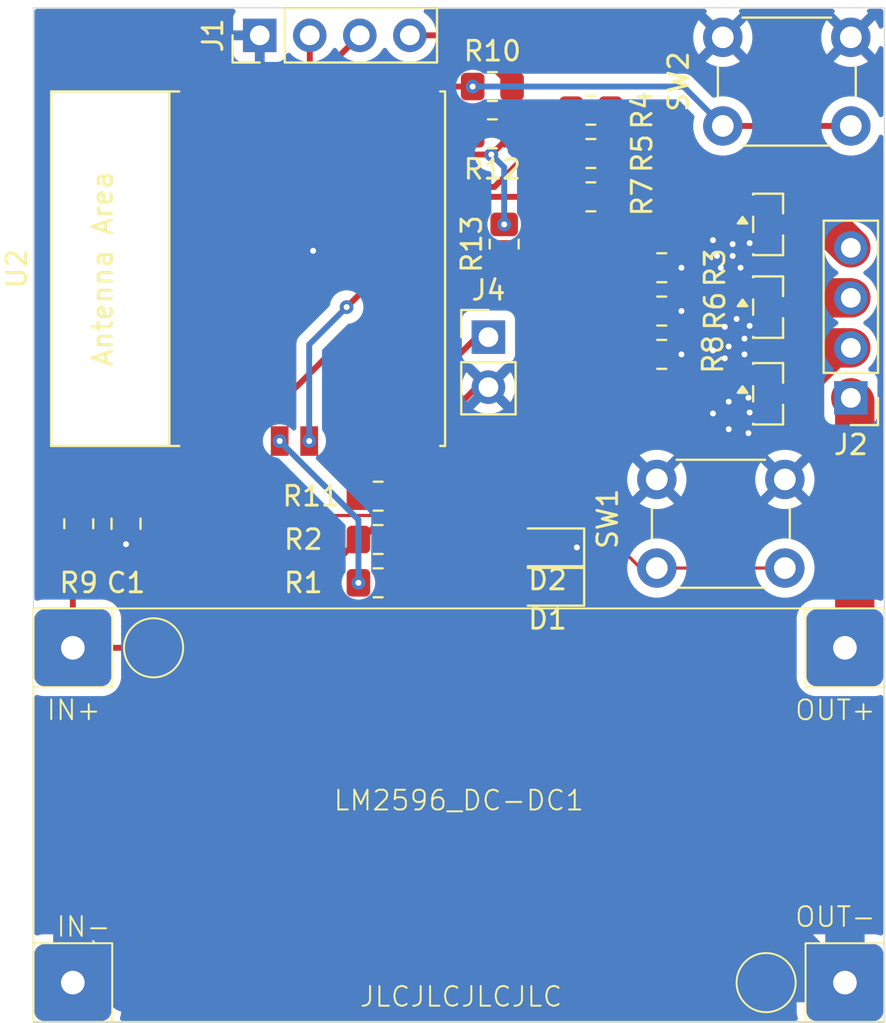
<source format=kicad_pcb>
(kicad_pcb (version 20241229) (generator "pcbnew") (generator_version "9.0")
  (layers (0 "F.Cu" signal) (2 "B.Cu" signal) (13 "F.Paste" user) (15 "B.Paste" user) (5 "F.SilkS" user "F.Silkscreen") (7 "B.SilkS" user "B.Silkscreen") (1 "F.Mask" user) (3 "B.Mask" user) (25 "Edge.Cuts" user))
  (net 0 "")
  (net 1 "Reset")
  (net 2 "GND")
  (net 3 "Net-(D1-A)")
  (net 4 "Net-(D2-A)")
  (net 5 "+3.3V")
  (net 6 "USB D+")
  (net 7 "USB D-")
  (net 8 "Load C")
  (net 9 "Load B")
  (net 10 "Load A")
  (net 11 "+12V")
  (net 12 "Net-(Q1-G)")
  (net 13 "Net-(Q2-G)")
  (net 14 "Net-(Q3-G)")
  (net 15 "Signal Indicator Led")
  (net 16 "Signal A")
  (net 17 "Signal B")
  (net 18 "Signal C")
  (net 19 "Button 1")
  (net 20 "Net-(J4-Pin_1)")
  (net 26 "Net-(U2-GPIO2{slash}ADC1_CH2)")
  (net 27 "Net-(U2-GPIO8)")
  (footprint "Resistor_SMD:R_0805_2012Metric_Pad1.20x1.40mm_HandSolder" (layer "F.Cu") (at 77.4 50.2)
    (property "Reference" "R3" (at 2.7 0 90) (layer "F.SilkS"))
    (property "Value" "10k" (hide yes))
    (fp_line (start -0.227064 -0.735) (end 0.227064 -0.735) (stroke (width 0.12)) (layer "F.SilkS"))
    (fp_line (start -0.227064 0.735) (end 0.227064 0.735) (stroke (width 0.12)) (layer "F.SilkS"))
    (pad "1" smd roundrect (at -1 0) (size 1.2 1.4) (layers "F.Cu" "F.Mask" "F.Paste") (roundrect_rratio 0.208333) (net 13 "Net-(Q2-G)"))
    (pad "2" smd roundrect (at 1 0) (size 1.2 1.4) (layers "F.Cu" "F.Mask" "F.Paste") (roundrect_rratio 0.208333) (net 2 "GND"))
  )
  (footprint "Resistor_SMD:R_0805_2012Metric_Pad1.20x1.40mm_HandSolder" (layer "F.Cu") (at 47.8 63.2 90)
    (property "Reference" "R9" (at -3 0 180) (layer "F.SilkS"))
    (property "Value" "10k" (hide yes))
    (fp_line (start -0.227064 -0.735) (end 0.227064 -0.735) (stroke (width 0.12)) (layer "F.SilkS"))
    (fp_line (start -0.227064 0.735) (end 0.227064 0.735) (stroke (width 0.12)) (layer "F.SilkS"))
    (pad "1" smd roundrect (at -1 0 90) (size 1.2 1.4) (layers "F.Cu" "F.Mask" "F.Paste") (roundrect_rratio 0.208333) (net 5 "+3.3V"))
    (pad "2" smd roundrect (at 1 0 90) (size 1.2 1.4) (layers "F.Cu" "F.Mask" "F.Paste") (roundrect_rratio 0.208333) (net 1 "Reset"))
  )
  (footprint "Resistor_SMD:R_0805_2012Metric_Pad1.20x1.40mm_HandSolder" (layer "F.Cu") (at 68.8 43.4)
    (property "Reference" "R12" (at 0 1.8 0) (layer "F.SilkS"))
    (property "Value" "10k" (hide yes))
    (fp_line (start -0.227064 -0.735) (end 0.227064 -0.735) (stroke (width 0.12)) (layer "F.SilkS"))
    (fp_line (start -0.227064 0.735) (end 0.227064 0.735) (stroke (width 0.12)) (layer "F.SilkS"))
    (pad "1" smd roundrect (at -1 0) (size 1.2 1.4) (layers "F.Cu" "F.Mask" "F.Paste") (roundrect_rratio 0.208333) (net 26 "Net-(U2-GPIO2{slash}ADC1_CH2)"))
    (pad "2" smd roundrect (at 1 0) (size 1.2 1.4) (layers "F.Cu" "F.Mask" "F.Paste") (roundrect_rratio 0.208333) (net 5 "+3.3V"))
  )
  (footprint "Resistor_SMD:R_0805_2012Metric_Pad1.20x1.40mm_HandSolder" (layer "F.Cu") (at 68.8 41 180)
    (property "Reference" "R10" (at 0 1.8 0) (layer "F.SilkS"))
    (property "Value" "10k" (hide yes))
    (fp_line (start -0.227064 0.735) (end 0.227064 0.735) (stroke (width 0.12)) (layer "F.SilkS"))
    (fp_line (start -0.227064 -0.735) (end 0.227064 -0.735) (stroke (width 0.12)) (layer "F.SilkS"))
    (pad "1" smd roundrect (at -1 0 180) (size 1.2 1.4) (layers "F.Cu" "F.Mask" "F.Paste") (roundrect_rratio 0.208333) (net 5 "+3.3V"))
    (pad "2" smd roundrect (at 1 0 180) (size 1.2 1.4) (layers "F.Cu" "F.Mask" "F.Paste") (roundrect_rratio 0.208333) (net 19 "Button 1"))
  )
  (footprint "Resistor_SMD:R_0805_2012Metric_Pad1.20x1.40mm_HandSolder" (layer "F.Cu") (at 73.8 46.6)
    (property "Reference" "R7" (at 2.6 0 90) (layer "F.SilkS"))
    (property "Value" "100" (hide yes))
    (fp_line (start -0.227064 -0.735) (end 0.227064 -0.735) (stroke (width 0.12)) (layer "F.SilkS"))
    (fp_line (start -0.227064 0.735) (end 0.227064 0.735) (stroke (width 0.12)) (layer "F.SilkS"))
    (pad "1" smd roundrect (at -1 0) (size 1.2 1.4) (layers "F.Cu" "F.Mask" "F.Paste") (roundrect_rratio 0.208333) (net 18 "Signal C"))
    (pad "2" smd roundrect (at 1 0) (size 1.2 1.4) (layers "F.Cu" "F.Mask" "F.Paste") (roundrect_rratio 0.208333) (net 14 "Net-(Q3-G)"))
  )
  (footprint "Connector_PinHeader_2.54mm:PinHeader_1x04_P2.54mm_Vertical" (layer "F.Cu") (at 56.99 38.4 90)
    (property "Reference" "J1" (at 0 -2.38 90) (layer "F.SilkS"))
    (property "Value" "Conn_01x04_Pin" (hide yes))
    (fp_line (start -1.38 -1.38) (end 0 -1.38) (stroke (width 0.12)) (layer "F.SilkS"))
    (fp_line (start -1.38 0) (end -1.38 -1.38) (stroke (width 0.12)) (layer "F.SilkS"))
    (fp_line (start 1.38 1.27) (end 1.38 9) (stroke (width 0.12)) (layer "F.SilkS"))
    (fp_line (start -1.38 1.27) (end 1.38 1.27) (stroke (width 0.12)) (layer "F.SilkS"))
    (fp_line (start -1.38 1.27) (end -1.38 9) (stroke (width 0.12)) (layer "F.SilkS"))
    (fp_line (start -1.38 9) (end 1.38 9) (stroke (width 0.12)) (layer "F.SilkS"))
    (pad "1" thru_hole rect (at 0 0 90) (size 1.7 1.7) (drill 1) (layers "*.Cu" "*.Mask") (net 2 "GND"))
    (pad "2" thru_hole circle (at 0 2.54 90) (size 1.7 1.7) (drill 1) (layers "*.Cu" "*.Mask") (net 6 "USB D+"))
    (pad "3" thru_hole circle (at 0 5.08 90) (size 1.7 1.7) (drill 1) (layers "*.Cu" "*.Mask") (net 7 "USB D-"))
    (pad "4" thru_hole circle (at 0 7.62 90) (size 1.7 1.7) (drill 1) (layers "*.Cu" "*.Mask") (net 5 "+3.3V"))
  )
  (footprint "Technogena:LM2596_DC-DC" (layer "F.Cu") (at 67.1 77.75)
    (property "Reference" "LM2596_DC-DC1" (at 0 -0.5 0) (layer "F.SilkS") (effects (font (thickness 0.1))))
    (property "Value" "3.3V")
    (fp_rect (start -21.6 -10.25) (end -17.6 -6.25) (stroke (width 0.1)) (fill no) (layer "F.SilkS"))
    (fp_rect (start -21.6 -10.25) (end 21.6 10.75) (stroke (width 0.1)) (fill no) (layer "F.SilkS"))
    (fp_rect (start -21.6 6.75) (end -17.6 10.75) (stroke (width 0.1)) (fill no) (layer "F.SilkS"))
    (fp_rect (start 17.6 -10.25) (end 21.6 -6.25) (stroke (width 0.1)) (fill no) (layer "F.SilkS"))
    (fp_rect (start 17.6 6.75) (end 21.6 10.75) (stroke (width 0.1)) (fill no) (layer "F.SilkS"))
    (fp_circle (center -15.5 -8.25) (end -14 -8.25) (stroke (width 0.1)) (fill no) (layer "F.SilkS"))
    (fp_circle (center 15.6 8.75) (end 17.1 8.75) (stroke (width 0.1)) (fill no) (layer "F.SilkS"))
    (fp_text user "OUT+" (at 17 -4.5 0) (layer "F.SilkS") (effects (font (thickness 0.1)) (justify left bottom)))
    (fp_text user "IN+" (at -21 -4.5 0) (layer "F.SilkS") (effects (font (thickness 0.1)) (justify left bottom)))
    (fp_text user "OUT-" (at 17 6 0) (layer "F.SilkS") (effects (font (thickness 0.1)) (justify left bottom)))
    (fp_text user "IN-" (at -20.5 6.5 0) (layer "F.SilkS") (effects (font (thickness 0.1)) (justify left bottom)))
    (pad "0" thru_hole roundrect (at -19.6 -8.25) (size 3.9 3.9) (drill 1.2) (layers "*.Cu" "*.Mask") (roundrect_rratio 0.1282051282) (net 5 "+3.3V"))
    (pad "1" thru_hole roundrect (at 19.6 -8.25) (size 3.9 3.9) (drill 1.2) (layers "*.Cu" "*.Mask") (roundrect_rratio 0.1282051282) (net 11 "+12V"))
    (pad "2" thru_hole roundrect (at 19.6 8.75) (size 3.9 3.9) (drill 1.2) (layers "*.Cu" "*.Mask") (roundrect_rratio 0.1282051282) (net 2 "GND"))
    (pad "3" thru_hole roundrect (at -19.6 8.75) (size 3.9 3.9) (drill 1.2) (layers "*.Cu" "*.Mask") (roundrect_rratio 0.1282051282) (net 2 "GND"))
  )
  (footprint "Resistor_SMD:R_0805_2012Metric_Pad1.20x1.40mm_HandSolder" (layer "F.Cu") (at 73.8 42.2)
    (property "Reference" "R4" (at 2.6 0 90) (layer "F.SilkS"))
    (property "Value" "100" (hide yes))
    (fp_line (start -0.227064 -0.735) (end 0.227064 -0.735) (stroke (width 0.12)) (layer "F.SilkS"))
    (fp_line (start -0.227064 0.735) (end 0.227064 0.735) (stroke (width 0.12)) (layer "F.SilkS"))
    (pad "1" smd roundrect (at -1 0) (size 1.2 1.4) (layers "F.Cu" "F.Mask" "F.Paste") (roundrect_rratio 0.208333) (net 16 "Signal A"))
    (pad "2" smd roundrect (at 1 0) (size 1.2 1.4) (layers "F.Cu" "F.Mask" "F.Paste") (roundrect_rratio 0.208333) (net 13 "Net-(Q2-G)"))
  )
  (footprint "Connector_PinHeader_2.54mm:PinHeader_1x04_P2.54mm_Vertical" (layer "F.Cu") (at 87 56.81 180)
    (property "Reference" "J2" (at 0 -2.38 0) (layer "F.SilkS"))
    (property "Value" "Conn_01x04_Pin" (hide yes))
    (fp_line (start 1.38 1.27) (end 1.38 9) (stroke (width 0.12)) (layer "F.SilkS"))
    (fp_line (start -1.38 9) (end 1.38 9) (stroke (width 0.12)) (layer "F.SilkS"))
    (fp_line (start -1.38 1.27) (end 1.38 1.27) (stroke (width 0.12)) (layer "F.SilkS"))
    (fp_line (start -1.38 1.27) (end -1.38 9) (stroke (width 0.12)) (layer "F.SilkS"))
    (fp_line (start -1.38 0) (end -1.38 -1.38) (stroke (width 0.12)) (layer "F.SilkS"))
    (fp_line (start -1.38 -1.38) (end 0 -1.38) (stroke (width 0.12)) (layer "F.SilkS"))
    (pad "1" thru_hole rect (at 0 0 180) (size 1.7 1.7) (drill 1) (layers "*.Cu" "*.Mask") (net 11 "+12V"))
    (pad "2" thru_hole circle (at 0 2.54 180) (size 1.7 1.7) (drill 1) (layers "*.Cu" "*.Mask") (net 8 "Load C"))
    (pad "3" thru_hole circle (at 0 5.08 180) (size 1.7 1.7) (drill 1) (layers "*.Cu" "*.Mask") (net 9 "Load B"))
    (pad "4" thru_hole circle (at 0 7.62 180) (size 1.7 1.7) (drill 1) (layers "*.Cu" "*.Mask") (net 10 "Load A"))
  )
  (footprint "Capacitor_SMD:C_0805_2012Metric_Pad1.18x1.45mm_HandSolder" (layer "F.Cu") (at 50.2 63.2 90)
    (property "Reference" "C1" (at -3 0 180) (layer "F.SilkS"))
    (property "Value" "100 nF" (hide yes))
    (fp_line (start -0.261252 -0.735) (end 0.261252 -0.735) (stroke (width 0.12)) (layer "F.SilkS"))
    (fp_line (start -0.261252 0.735) (end 0.261252 0.735) (stroke (width 0.12)) (layer "F.SilkS"))
    (pad "1" smd roundrect (at -1.0375 0 90) (size 1.175 1.45) (layers "F.Cu" "F.Mask" "F.Paste") (roundrect_rratio 0.212766) (net 2 "GND"))
    (pad "2" smd roundrect (at 1.0375 0 90) (size 1.175 1.45) (layers "F.Cu" "F.Mask" "F.Paste") (roundrect_rratio 0.212766) (net 1 "Reset"))
  )
  (footprint "Button_Switch_THT:SW_PUSH_6mm_H5mm" (layer "F.Cu") (at 80.5 38.5)
    (property "Reference" "SW2" (at -2.25 2.25 90) (layer "F.SilkS"))
    (property "Value" "SW_Push" (hide yes))
    (fp_line (start -0.25 1.5) (end -0.25 3) (stroke (width 0.12)) (layer "F.SilkS"))
    (fp_line (start 1 5.5) (end 5.5 5.5) (stroke (width 0.12)) (layer "F.SilkS"))
    (fp_line (start 5.5 -1) (end 1 -1) (stroke (width 0.12)) (layer "F.SilkS"))
    (fp_line (start 6.75 3) (end 6.75 1.5) (stroke (width 0.12)) (layer "F.SilkS"))
    (pad "1" thru_hole circle (at 0 0 90) (size 2 2) (drill 1.1) (layers "*.Cu" "*.Mask") (net 2 "GND"))
    (pad "1" thru_hole circle (at 6.5 0 90) (size 2 2) (drill 1.1) (layers "*.Cu" "*.Mask") (net 2 "GND"))
    (pad "2" thru_hole circle (at 0 4.5 90) (size 2 2) (drill 1.1) (layers "*.Cu" "*.Mask") (net 19 "Button 1"))
    (pad "2" thru_hole circle (at 6.5 4.5 90) (size 2 2) (drill 1.1) (layers "*.Cu" "*.Mask") (net 19 "Button 1"))
  )
  (footprint "Package_TO_SOT_SMD:SOT-23" (layer "F.Cu") (at 82.8 56.6)
    (property "Reference" "Q3" (hide yes))
    (property "Value" "DMN2056U" (hide yes))
    (fp_line (start -0.76 -1.56) (end 0.76 -1.56) (stroke (width 0.12)) (layer "F.SilkS"))
    (fp_line (start -0.76 -1.51) (end -0.76 -1.56) (stroke (width 0.12)) (layer "F.SilkS"))
    (fp_line (start -0.76 0.39) (end -0.76 -0.39) (stroke (width 0.12)) (layer "F.SilkS"))
    (fp_line (start -0.76 1.56) (end -0.76 1.51) (stroke (width 0.12)) (layer "F.SilkS"))
    (fp_line (start 0.76 -1.56) (end 0.76 -0.56) (stroke (width 0.12)) (layer "F.SilkS"))
    (fp_line (start 0.76 0.56) (end 0.76 1.56) (stroke (width 0.12)) (layer "F.SilkS"))
    (fp_line (start 0.76 1.56) (end -0.76 1.56) (stroke (width 0.12)) (layer "F.SilkS"))
    (fp_poly (pts (xy -1.3 -0.38) (xy -1.06 -0.05) (xy -1.54 -0.05)) (stroke (width 0.12)) (fill yes) (layer "F.SilkS"))
    (pad "1" smd roundrect (at -0.9375 -0.95) (size 1.475 0.6) (layers "F.Cu" "F.Mask" "F.Paste") (net 14 "Net-(Q3-G)"))
    (pad "2" smd roundrect (at -0.9375 0.95) (size 1.475 0.6) (layers "F.Cu" "F.Mask" "F.Paste") (net 2 "GND"))
    (pad "3" smd roundrect (at 0.9375 0) (size 1.475 0.6) (layers "F.Cu" "F.Mask" "F.Paste") (net 8 "Load C"))
  )
  (footprint "Connector_PinHeader_2.54mm:PinHeader_1x02_P2.54mm_Vertical" (layer "F.Cu") (at 68.6 53.725)
    (property "Reference" "J4" (at 0 -2.38 0) (layer "F.SilkS"))
    (property "Value" "Conn_01x02_Pin")
    (fp_line (start -1.38 -1.38) (end 0 -1.38) (stroke (width 0.12)) (layer "F.SilkS"))
    (fp_line (start -1.38 0) (end -1.38 -1.38) (stroke (width 0.12)) (layer "F.SilkS"))
    (fp_line (start -1.38 1.27) (end -1.38 3.92) (stroke (width 0.12)) (layer "F.SilkS"))
    (fp_line (start -1.38 1.27) (end 1.38 1.27) (stroke (width 0.12)) (layer "F.SilkS"))
    (fp_line (start -1.38 3.92) (end 1.38 3.92) (stroke (width 0.12)) (layer "F.SilkS"))
    (fp_line (start 1.38 1.27) (end 1.38 3.92) (stroke (width 0.12)) (layer "F.SilkS"))
    (pad "1" thru_hole rect (at 0 0) (size 1.7 1.7) (drill 1) (layers "*.Cu" "*.Mask") (net 20 "Net-(J4-Pin_1)"))
    (pad "2" thru_hole circle (at 0 2.54) (size 1.7 1.7) (drill 1) (layers "*.Cu" "*.Mask") (net 2 "GND"))
  )
  (footprint "Resistor_SMD:R_0805_2012Metric_Pad1.20x1.40mm_HandSolder" (layer "F.Cu") (at 63 66.2 180)
    (property "Reference" "R1" (at 3.8 0 0) (layer "F.SilkS"))
    (property "Value" "220")
    (fp_line (start -0.227064 0.735) (end 0.227064 0.735) (stroke (width 0.12)) (layer "F.SilkS"))
    (fp_line (start -0.227064 -0.735) (end 0.227064 -0.735) (stroke (width 0.12)) (layer "F.SilkS"))
    (pad "1" smd roundrect (at -1 0 180) (size 1.2 1.4) (layers "F.Cu" "F.Mask" "F.Paste") (roundrect_rratio 0.208333) (net 3 "Net-(D1-A)"))
    (pad "2" smd roundrect (at 1 0 180) (size 1.2 1.4) (layers "F.Cu" "F.Mask" "F.Paste") (roundrect_rratio 0.208333) (net 15 "Signal Indicator Led"))
  )
  (footprint "Resistor_SMD:R_0805_2012Metric_Pad1.20x1.40mm_HandSolder" (layer "F.Cu") (at 63 61.8)
    (property "Reference" "R11" (at -3.4 0 0) (layer "F.SilkS"))
    (property "Value" "10k" (hide yes))
    (fp_line (start -0.227064 -0.735) (end 0.227064 -0.735) (stroke (width 0.12)) (layer "F.SilkS"))
    (fp_line (start -0.227064 0.735) (end 0.227064 0.735) (stroke (width 0.12)) (layer "F.SilkS"))
    (pad "1" smd roundrect (at -1 0) (size 1.2 1.4) (layers "F.Cu" "F.Mask" "F.Paste") (roundrect_rratio 0.208333) (net 20 "Net-(J4-Pin_1)"))
    (pad "2" smd roundrect (at 1 0) (size 1.2 1.4) (layers "F.Cu" "F.Mask" "F.Paste") (roundrect_rratio 0.208333) (net 5 "+3.3V"))
  )
  (footprint "Package_TO_SOT_SMD:SOT-23" (layer "F.Cu") (at 82.8 48)
    (property "Reference" "Q2" (hide yes))
    (property "Value" "DMN2056U" (hide yes))
    (fp_line (start -0.76 -1.56) (end 0.76 -1.56) (stroke (width 0.12)) (layer "F.SilkS"))
    (fp_line (start -0.76 -1.51) (end -0.76 -1.56) (stroke (width 0.12)) (layer "F.SilkS"))
    (fp_line (start -0.76 0.39) (end -0.76 -0.39) (stroke (width 0.12)) (layer "F.SilkS"))
    (fp_line (start -0.76 1.56) (end -0.76 1.51) (stroke (width 0.12)) (layer "F.SilkS"))
    (fp_line (start 0.76 -1.56) (end 0.76 -0.56) (stroke (width 0.12)) (layer "F.SilkS"))
    (fp_line (start 0.76 0.56) (end 0.76 1.56) (stroke (width 0.12)) (layer "F.SilkS"))
    (fp_line (start 0.76 1.56) (end -0.76 1.56) (stroke (width 0.12)) (layer "F.SilkS"))
    (fp_poly (pts (xy -1.3 -0.38) (xy -1.06 -0.05) (xy -1.54 -0.05)) (stroke (width 0.12)) (fill yes) (layer "F.SilkS"))
    (pad "1" smd roundrect (at -0.9375 -0.95) (size 1.475 0.6) (layers "F.Cu" "F.Mask" "F.Paste") (net 13 "Net-(Q2-G)"))
    (pad "2" smd roundrect (at -0.9375 0.95) (size 1.475 0.6) (layers "F.Cu" "F.Mask" "F.Paste") (net 2 "GND"))
    (pad "3" smd roundrect (at 0.9375 0) (size 1.475 0.6) (layers "F.Cu" "F.Mask" "F.Paste") (net 10 "Load A"))
  )
  (footprint "Resistor_SMD:R_0805_2012Metric_Pad1.20x1.40mm_HandSolder" (layer "F.Cu") (at 69.4 49 90)
    (property "Reference" "R13" (at 0 -1.65 90) (layer "F.SilkS"))
    (property "Value" "10k")
    (fp_line (start -0.227064 -0.735) (end 0.227064 -0.735) (stroke (width 0.12)) (layer "F.SilkS"))
    (fp_line (start -0.227064 0.735) (end 0.227064 0.735) (stroke (width 0.12)) (layer "F.SilkS"))
    (pad "1" smd roundrect (at -1 0 90) (size 1.2 1.4) (layers "F.Cu" "F.Mask" "F.Paste") (roundrect_rratio 0.208333) (net 27 "Net-(U2-GPIO8)"))
    (pad "2" smd roundrect (at 1 0 90) (size 1.2 1.4) (layers "F.Cu" "F.Mask" "F.Paste") (roundrect_rratio 0.208333) (net 5 "+3.3V"))
  )
  (footprint "Button_Switch_THT:SW_PUSH_6mm_H5mm" (layer "F.Cu") (at 77.15 60.95)
    (property "Reference" "SW1" (at -2.5 2 90) (layer "F.SilkS"))
    (property "Value" "SW_Push" (hide yes))
    (fp_line (start -0.25 1.5) (end -0.25 3) (stroke (width 0.12)) (layer "F.SilkS"))
    (fp_line (start 1 5.5) (end 5.5 5.5) (stroke (width 0.12)) (layer "F.SilkS"))
    (fp_line (start 5.5 -1) (end 1 -1) (stroke (width 0.12)) (layer "F.SilkS"))
    (fp_line (start 6.75 3) (end 6.75 1.5) (stroke (width 0.12)) (layer "F.SilkS"))
    (pad "1" thru_hole circle (at 0 0 90) (size 2 2) (drill 1.1) (layers "*.Cu" "*.Mask") (net 2 "GND"))
    (pad "1" thru_hole circle (at 6.5 0 90) (size 2 2) (drill 1.1) (layers "*.Cu" "*.Mask") (net 2 "GND"))
    (pad "2" thru_hole circle (at 0 4.5 90) (size 2 2) (drill 1.1) (layers "*.Cu" "*.Mask") (net 1 "Reset"))
    (pad "2" thru_hole circle (at 6.5 4.5 90) (size 2 2) (drill 1.1) (layers "*.Cu" "*.Mask") (net 1 "Reset"))
  )
  (footprint "LED_SMD:LED_0805_2012Metric_Pad1.15x1.40mm_HandSolder" (layer "F.Cu") (at 71.6 64.4 180)
    (property "Reference" "D2" (at 0 -1.65 180) (layer "F.SilkS"))
    (property "Value" "LED")
    (fp_line (start 1 -0.96) (end -1.86 -0.96) (stroke (width 0.12)) (layer "F.SilkS"))
    (fp_line (start -1.86 0.96) (end 1 0.96) (stroke (width 0.12)) (layer "F.SilkS"))
    (fp_line (start -1.86 -0.96) (end -1.86 0.96) (stroke (width 0.12)) (layer "F.SilkS"))
    (pad "1" smd roundrect (at -1.025 0 180) (size 1.15 1.4) (layers "F.Cu" "F.Mask" "F.Paste") (roundrect_rratio 0.217391) (net 2 "GND"))
    (pad "2" smd roundrect (at 1.025 0 180) (size 1.15 1.4) (layers "F.Cu" "F.Mask" "F.Paste") (roundrect_rratio 0.217391) (net 4 "Net-(D2-A)"))
  )
  (footprint "PCM_Espressif:ESP32-C3-WROOM-02" (layer "F.Cu") (at 59.4 50.25 90)
    (property "Reference" "U2" (at 0 -14.75 90) (layer "F.SilkS"))
    (property "Value" "ESP32-C3-WROOM-02" (hide yes))
    (fp_line (start 9 -13) (end 9 -6.5) (stroke (width 0.12)) (layer "F.SilkS"))
    (fp_line (start -9 -13) (end 9 -13) (stroke (width 0.12)) (layer "F.SilkS"))
    (fp_line (start -9 -13) (end -9 -6.5) (stroke (width 0.12)) (layer "F.SilkS"))
    (fp_line (start 9 -7) (end -8.95 -7) (stroke (width 0.12)) (layer "F.SilkS"))
    (fp_line (start 9 6.75) (end 9 7) (stroke (width 0.12)) (layer "F.SilkS"))
    (fp_line (start 9 7) (end -9 7) (stroke (width 0.12)) (layer "F.SilkS"))
    (fp_line (start -9 7) (end -9 6.75) (stroke (width 0.12)) (layer "F.SilkS"))
    (fp_text user "Antenna Area" (at 0 -10.4 90) (layer "F.SilkS"))
    (pad "1" smd rect (at -8.75 -5.9 90) (size 1.5 0.9) (layers "F.Cu" "F.Mask" "F.Paste") (net 5 "+3.3V"))
    (pad "2" smd rect (at -8.75 -4.4 90) (size 1.5 0.9) (layers "F.Cu" "F.Mask" "F.Paste") (net 1 "Reset"))
    (pad "3" smd rect (at -8.75 -2.9 90) (size 1.5 0.9) (layers "F.Cu" "F.Mask" "F.Paste") (net 18 "Signal C"))
    (pad "4" smd rect (at -8.75 -1.4 90) (size 1.5 0.9) (layers "F.Cu" "F.Mask" "F.Paste") (net 15 "Signal Indicator Led"))
    (pad "5" smd rect (at -8.75 0.1 90) (size 1.5 0.9) (layers "F.Cu" "F.Mask" "F.Paste") (net 16 "Signal A"))
    (pad "6" smd rect (at -8.75 1.6 90) (size 1.5 0.9) (layers "F.Cu" "F.Mask" "F.Paste") (net 17 "Signal B"))
    (pad "7" smd rect (at -8.75 3.1 90) (size 1.5 0.9) (layers "F.Cu" "F.Mask" "F.Paste") (net 27 "Net-(U2-GPIO8)"))
    (pad "8" smd rect (at -8.75 4.6 90) (size 1.5 0.9) (layers "F.Cu" "F.Mask" "F.Paste") (net 20 "Net-(J4-Pin_1)"))
    (pad "9" smd rect (at -8.75 6.1 90) (size 1.5 0.9) (layers "F.Cu" "F.Mask" "F.Paste") (net 2 "GND"))
    (pad "10" smd rect (at 8.75 6.1 270) (size 1.5 0.9) (layers "F.Cu" "F.Mask" "F.Paste") (net 19 "Button 1"))
    (pad "11" smd rect (at 8.75 4.6 270) (size 1.5 0.9) (layers "F.Cu" "F.Mask" "F.Paste"))
    (pad "12" smd rect (at 8.75 3.1 270) (size 1.5 0.9) (layers "F.Cu" "F.Mask" "F.Paste"))
    (pad "13" smd rect (at 8.75 1.6 270) (size 1.5 0.9) (layers "F.Cu" "F.Mask" "F.Paste") (net 7 "USB D-"))
    (pad "14" smd rect (at 8.75 0.1 270) (size 1.5 0.9) (layers "F.Cu" "F.Mask" "F.Paste") (net 6 "USB D+"))
    (pad "15" smd rect (at 8.75 -1.4 270) (size 1.5 0.9) (layers "F.Cu" "F.Mask" "F.Paste"))
    (pad "16" smd rect (at 8.75 -2.9 270) (size 1.5 0.9) (layers "F.Cu" "F.Mask" "F.Paste") (net 26 "Net-(U2-GPIO2{slash}ADC1_CH2)"))
    (pad "17" smd rect (at 8.75 -4.4 270) (size 1.5 0.9) (layers "F.Cu" "F.Mask" "F.Paste"))
    (pad "18" smd rect (at 8.75 -5.9 270) (size 1.5 0.9) (layers "F.Cu" "F.Mask" "F.Paste"))
    (pad "19" smd rect (at -0.14 -0.8 270) (size 0.7 0.7) (layers "F.Cu" "F.Mask" "F.Paste") (net 2 "GND"))
    (pad "19" smd rect (at -0.14 0.3 270) (size 0.7 0.7) (layers "F.Cu" "F.Mask" "F.Paste") (net 2 "GND"))
    (pad "19" smd rect (at -0.14 1.4 270) (size 0.7 0.7) (layers "F.Cu" "F.Mask" "F.Paste") (net 2 "GND"))
    (pad "19" smd rect (at 0.91 -0.8 270) (size 0.7 0.7) (layers "F.Cu" "F.Mask" "F.Paste") (net 2 "GND"))
    (pad "19" smd rect (at 0.91 0.3 270) (size 0.7 0.7) (layers "F.Cu" "F.Mask" "F.Paste") (net 2 "GND"))
    (pad "19" smd rect (at 0.91 1.4 270) (size 0.7 0.7) (layers "F.Cu" "F.Mask" "F.Paste") (net 2 "GND"))
    (pad "19" smd rect (at 2.06 -0.8 270) (size 0.7 0.7) (layers "F.Cu" "F.Mask" "F.Paste") (net 2 "GND"))
    (pad "19" smd rect (at 2.06 0.3 270) (size 0.7 0.7) (layers "F.Cu" "F.Mask" "F.Paste") (net 2 "GND"))
    (pad "19" smd rect (at 2.06 1.4 270) (size 0.7 0.7) (layers "F.Cu" "F.Mask" "F.Paste") (net 2 "GND"))
    (zone (net 0) (net_name "") (layers "F.Cu" "B.Cu") (name "antenna keepout") (connect_pads (clearance 0)) (min_thickness 0.254)
      (keepout (tracks not_allowed) (vias not_allowed) (pads not_allowed) (copperpour not_allowed) (footprints not_allowed))
      (fill (thermal_gap 0.508) (thermal_bridge_width 0.508))
      (polygon (pts (xy 52.4 41.25) (xy 52.4 59.25) (xy 46.4 59.25) (xy 46.4 41.25)))
    )
  )
  (footprint "LED_SMD:LED_0805_2012Metric_Pad1.15x1.40mm_HandSolder" (layer "F.Cu") (at 71.6 66.4 180)
    (property "Reference" "D1" (at 0 -1.65 180) (layer "F.SilkS"))
    (property "Value" "LED")
    (fp_line (start 1 -0.96) (end -1.86 -0.96) (stroke (width 0.12)) (layer "F.SilkS"))
    (fp_line (start -1.86 0.96) (end 1 0.96) (stroke (width 0.12)) (layer "F.SilkS"))
    (fp_line (start -1.86 -0.96) (end -1.86 0.96) (stroke (width 0.12)) (layer "F.SilkS"))
    (pad "1" smd roundrect (at -1.025 0 180) (size 1.15 1.4) (layers "F.Cu" "F.Mask" "F.Paste") (roundrect_rratio 0.217391) (net 2 "GND"))
    (pad "2" smd roundrect (at 1.025 0 180) (size 1.15 1.4) (layers "F.Cu" "F.Mask" "F.Paste") (roundrect_rratio 0.217391) (net 3 "Net-(D1-A)"))
  )
  (footprint "Package_TO_SOT_SMD:SOT-23" (layer "F.Cu") (at 82.8 52.2)
    (property "Reference" "Q1" (hide yes))
    (property "Value" "DMN2056U" (hide yes))
    (fp_line (start -0.76 -1.56) (end 0.76 -1.56) (stroke (width 0.12)) (layer "F.SilkS"))
    (fp_line (start -0.76 -1.51) (end -0.76 -1.56) (stroke (width 0.12)) (layer "F.SilkS"))
    (fp_line (start -0.76 0.39) (end -0.76 -0.39) (stroke (width 0.12)) (layer "F.SilkS"))
    (fp_line (start -0.76 1.56) (end -0.76 1.51) (stroke (width 0.12)) (layer "F.SilkS"))
    (fp_line (start 0.76 -1.56) (end 0.76 -0.56) (stroke (width 0.12)) (layer "F.SilkS"))
    (fp_line (start 0.76 0.56) (end 0.76 1.56) (stroke (width 0.12)) (layer "F.SilkS"))
    (fp_line (start 0.76 1.56) (end -0.76 1.56) (stroke (width 0.12)) (layer "F.SilkS"))
    (fp_poly (pts (xy -1.3 -0.38) (xy -1.06 -0.05) (xy -1.54 -0.05)) (stroke (width 0.12)) (fill yes) (layer "F.SilkS"))
    (pad "1" smd roundrect (at -0.9375 -0.95) (size 1.475 0.6) (layers "F.Cu" "F.Mask" "F.Paste") (net 12 "Net-(Q1-G)"))
    (pad "2" smd roundrect (at -0.9375 0.95) (size 1.475 0.6) (layers "F.Cu" "F.Mask" "F.Paste") (net 2 "GND"))
    (pad "3" smd roundrect (at 0.9375 0) (size 1.475 0.6) (layers "F.Cu" "F.Mask" "F.Paste") (net 9 "Load B"))
  )
  (footprint "Resistor_SMD:R_0805_2012Metric_Pad1.20x1.40mm_HandSolder" (layer "F.Cu") (at 77.4 54.6)
    (property "Reference" "R8" (at 2.6 0 90) (layer "F.SilkS"))
    (property "Value" "10k" (hide yes))
    (fp_line (start -0.227064 -0.735) (end 0.227064 -0.735) (stroke (width 0.12)) (layer "F.SilkS"))
    (fp_line (start -0.227064 0.735) (end 0.227064 0.735) (stroke (width 0.12)) (layer "F.SilkS"))
    (pad "1" smd roundrect (at -1 0) (size 1.2 1.4) (layers "F.Cu" "F.Mask" "F.Paste") (roundrect_rratio 0.208333) (net 14 "Net-(Q3-G)"))
    (pad "2" smd roundrect (at 1 0) (size 1.2 1.4) (layers "F.Cu" "F.Mask" "F.Paste") (roundrect_rratio 0.208333) (net 2 "GND"))
  )
  (footprint "Resistor_SMD:R_0805_2012Metric_Pad1.20x1.40mm_HandSolder" (layer "F.Cu") (at 77.4 52.4)
    (property "Reference" "R6" (at 2.7 0 90) (layer "F.SilkS"))
    (property "Value" "10k" (hide yes))
    (fp_line (start -0.227064 -0.735) (end 0.227064 -0.735) (stroke (width 0.12)) (layer "F.SilkS"))
    (fp_line (start -0.227064 0.735) (end 0.227064 0.735) (stroke (width 0.12)) (layer "F.SilkS"))
    (pad "1" smd roundrect (at -1 0) (size 1.2 1.4) (layers "F.Cu" "F.Mask" "F.Paste") (roundrect_rratio 0.208333) (net 12 "Net-(Q1-G)"))
    (pad "2" smd roundrect (at 1 0) (size 1.2 1.4) (layers "F.Cu" "F.Mask" "F.Paste") (roundrect_rratio 0.208333) (net 2 "GND"))
  )
  (footprint "Resistor_SMD:R_0805_2012Metric_Pad1.20x1.40mm_HandSolder" (layer "F.Cu") (at 73.8 44.4)
    (property "Reference" "R5" (at 2.6 0 90) (layer "F.SilkS"))
    (property "Value" "100" (hide yes))
    (fp_line (start -0.227064 -0.735) (end 0.227064 -0.735) (stroke (width 0.12)) (layer "F.SilkS"))
    (fp_line (start -0.227064 0.735) (end 0.227064 0.735) (stroke (width 0.12)) (layer "F.SilkS"))
    (pad "1" smd roundrect (at -1 0) (size 1.2 1.4) (layers "F.Cu" "F.Mask" "F.Paste") (roundrect_rratio 0.208333) (net 17 "Signal B"))
    (pad "2" smd roundrect (at 1 0) (size 1.2 1.4) (layers "F.Cu" "F.Mask" "F.Paste") (roundrect_rratio 0.208333) (net 12 "Net-(Q1-G)"))
  )
  (footprint "Resistor_SMD:R_0805_2012Metric_Pad1.20x1.40mm_HandSolder" (layer "F.Cu") (at 63 64 180)
    (property "Reference" "R2" (at 3.8 0 0) (layer "F.SilkS"))
    (property "Value" "220" (hide yes))
    (fp_line (start -0.227064 0.735) (end 0.227064 0.735) (stroke (width 0.12)) (layer "F.SilkS"))
    (fp_line (start -0.227064 -0.735) (end 0.227064 -0.735) (stroke (width 0.12)) (layer "F.SilkS"))
    (pad "1" smd roundrect (at -1 0 180) (size 1.2 1.4) (layers "F.Cu" "F.Mask" "F.Paste") (roundrect_rratio 0.208333) (net 4 "Net-(D2-A)"))
    (pad "2" smd roundrect (at 1 0 180) (size 1.2 1.4) (layers "F.Cu" "F.Mask" "F.Paste") (roundrect_rratio 0.208333) (net 5 "+3.3V"))
  )
  (gr_rect (start 45.5 37) (end 88.7 88.5) (stroke (width 0.05)) (fill no) (layer "Edge.Cuts"))
  (gr_text "JLCJLCJLCJLC" (at 62 87.8 0) (layer "F.SilkS") (effects (font (size 1 1) (thickness 0.1)) (justify left bottom)))
  (segment (start 83.65 65.45) (end 77.15 65.45) (width 0.16) (layer "F.Cu") (net 1))
  (segment (start 62.881 61.319) (end 62.881 62.476874) (width 0.16) (layer "F.Cu") (net 1))
  (segment (start 77.15 65.45) (end 76.315841 65.45) (width 0.16) (layer "F.Cu") (net 1))
  (segment (start 54.525 60.525) (end 55 60.05) (width 0.3) (layer "F.Cu") (net 1))
  (segment (start 56.781 62.781) (end 54.525 60.525) (width 0.16) (layer "F.Cu") (net 1))
  (segment (start 50.2 62.1625) (end 47.8375 62.1625) (width 0.3) (layer "F.Cu") (net 1))
  (segment (start 52.8875 62.1625) (end 54.525 60.525) (width 0.3) (layer "F.Cu") (net 1))
  (segment (start 63.381 60.819) (end 62.881 61.319) (width 0.16) (layer "F.Cu") (net 1))
  (segment (start 47.8375 62.1625) (end 47.8 62.2) (width 0.3) (layer "F.Cu") (net 1))
  (segment (start 71.684841 60.819) (end 63.381 60.819) (width 0.16) (layer "F.Cu") (net 1))
  (segment (start 62.576874 62.781) (end 56.781 62.781) (width 0.16) (layer "F.Cu") (net 1))
  (segment (start 55 60.05) (end 55 59) (width 0.3) (layer "F.Cu") (net 1))
  (segment (start 76.315841 65.45) (end 71.684841 60.819) (width 0.16) (layer "F.Cu") (net 1))
  (segment (start 50.2 62.1625) (end 52.8875 62.1625) (width 0.3) (layer "F.Cu") (net 1))
  (segment (start 62.881 62.476874) (end 62.576874 62.781) (width 0.16) (layer "F.Cu") (net 1))
  (segment (start 81.2125 49.6) (end 81.718658 49.093842) (width 2) (layer "F.Cu") (net 2))
  (segment (start 81.0125 58.4) (end 81.718658 57.693842) (width 2) (layer "F.Cu") (net 2))
  (segment (start 58.6 50.39) (end 59.7 50.39) (width 0.2) (layer "F.Cu") (net 2))
  (segment (start 81.8625 57.55) (end 81.8625 56.8625) (width 0.16) (layer "F.Cu") (net 2))
  (segment (start 65.5 58.765) (end 68 56.265) (width 0.3) (layer "F.Cu") (net 2))
  (segment (start 81 49.6) (end 81.2125 49.6) (width 2) (layer "F.Cu") (net 2))
  (segment (start 73.0875 64.4) (end 72.625 64.4) (width 0.16) (layer "F.Cu") (net 2))
  (segment (start 80.2 49.6) (end 81 49.6) (width 2) (layer "F.Cu") (net 2))
  (segment (start 59.7 49.34) (end 58.6 49.34) (width 0.2) (layer "F.Cu") (net 2))
  (segment (start 65.5 59) (end 65.5 58.765) (width 0.3) (layer "F.Cu") (net 2))
  (segment (start 60.8 48.19) (end 60.8 49.34) (width 0.2) (layer "F.Cu") (net 2))
  (segment (start 60.8 49.34) (end 60.8 50.39) (width 0.2) (layer "F.Cu") (net 2))
  (segment (start 81.8625 56.8625) (end 81.8 56.8) (width 0.16) (layer "F.Cu") (net 2))
  (segment (start 72.625 64.4) (end 72.625 66.4) (width 0.16) (layer "F.Cu") (net 2))
  (segment (start 80.8 54.2) (end 80.8125 54.2) (width 2) (layer "F.Cu") (net 2))
  (segment (start 81.8625 57.55) (end 82.35 57.55) (width 0.16) (layer "F.Cu") (net 2))
  (segment (start 80.8125 54.2) (end 81.718658 53.293842) (width 2) (layer "F.Cu") (net 2))
  (segment (start 58.6 50.39) (end 58.6 49.34) (width 0.2) (layer "F.Cu") (net 2))
  (segment (start 80.8 58.4) (end 81.0125 58.4) (width 2) (layer "F.Cu") (net 2))
  (segment (start 59.7 48.19) (end 60.8 48.19) (width 0.2) (layer "F.Cu") (net 2))
  (segment (start 58.6 49.34) (end 58.6 48.19) (width 0.2) (layer "F.Cu") (net 2))
  (segment (start 60.8 50.39) (end 59.7 50.39) (width 0.2) (layer "F.Cu") (net 2))
  (segment (start 58.6 48.19) (end 59.7 48.19) (width 0.2) (layer "F.Cu") (net 2))
  (via (at 81.8 58.6) (size 0.7) (drill 0.3) (layers "F.Cu" "B.Cu") (net 2))
  (via (at 73.0875 64.4) (size 0.7) (drill 0.3) (layers "F.Cu" "B.Cu") (net 2))
  (via (at 80.8 54.2) (size 0.7) (drill 0.3) (layers "F.Cu" "B.Cu") (net 2))
  (via (at 59.7 49.34) (size 0.7) (drill 0.3) (layers "F.Cu" "B.Cu") (net 2))
  (via (at 80.4 50.2) (size 0.7) (drill 0.3) (layers "F.Cu" "B.Cu") (net 2))
  (via (at 80.8 57) (size 0.7) (drill 0.3) (layers "F.Cu" "B.Cu") (net 2))
  (via (at 50.2 64.2375) (size 0.7) (drill 0.3) (layers "F.Cu" "B.Cu") (net 2))
  (via (at 81.8 56.8) (size 0.7) (drill 0.3) (layers "F.Cu" "B.Cu") (net 2))
  (via (at 78.4 52.4) (size 0.7) (drill 0.3) (layers "F.Cu" "B.Cu") (net 2))
  (via (at 81.8625 57.55) (size 0.7) (drill 0.3) (layers "F.Cu" "B.Cu") (net 2))
  (via (at 80.2 49.6) (size 0.7) (drill 0.3) (layers "F.Cu" "B.Cu") (net 2))
  (via (at 80.6 54.8) (size 0.7) (drill 0.3) (layers "F.Cu" "B.Cu") (net 2))
  (via (at 81.2 52.8) (size 0.7) (drill 0.3) (layers "F.Cu" "B.Cu") (net 2))
  (via (at 81 49) (size 0.7) (drill 0.3) (layers "F.Cu" "B.Cu") (net 2))
  (via (at 81.6 53.8) (size 0.7) (drill 0.3) (layers "F.Cu" "B.Cu") (net 2))
  (via (at 80 54.4) (size 0.7) (drill 0.3) (layers "F.Cu" "B.Cu") (net 2))
  (via (at 80 57.6) (size 0.7) (drill 0.3) (layers "F.Cu" "B.Cu") (net 2))
  (via (at 81.6 54.6) (size 0.7) (drill 0.3) (layers "F.Cu" "B.Cu") (net 2))
  (via (at 78.4 54.6) (size 0.7) (drill 0.3) (layers "F.Cu" "B.Cu") (net 2))
  (via (at 81.8625 48.95) (size 0.7) (drill 0.3) (layers "F.Cu" "B.Cu") (net 2))
  (via (at 81.4 50.2) (size 0.7) (drill 0.3) (layers "F.Cu" "B.Cu") (net 2))
  (via (at 81.8625 53.15) (size 0.7) (drill 0.3) (layers "F.Cu" "B.Cu") (net 2))
  (via (at 78.4 50.2) (size 0.7) (drill 0.3) (layers "F.Cu" "B.Cu") (net 2))
  (via (at 80.6 53.2) (size 0.7) (drill 0.3) (layers "F.Cu" "B.Cu") (net 2))
  (via (at 80.8 58.4) (size 0.7) (drill 0.3) (layers "F.Cu" "B.Cu") (net 2))
  (via (at 80 48.8) (size 0.7) (drill 0.3) (layers "F.Cu" "B.Cu") (net 2))
  (via (at 81 49.6) (size 0.7) (drill 0.3) (layers "F.Cu" "B.Cu") (net 2))
  (segment (start 50 86.8) (end 50.199 86.999) (width 2) (layer "B.Cu") (net 2))
  (segment (start 47.5 83.3) (end 48.2 82.6) (width 2) (layer "B.Cu") (net 2))
  (segment (start 50 84.4) (end 50 86) (width 2) (layer "B.Cu") (net 2))
  (segment (start 86.7 86.5) (end 82.3 86.5) (width 2) (layer "B.Cu") (net 2))
  (segment (start 50 86) (end 50 86.8) (width 2) (layer "B.Cu") (net 2))
  (segment (start 86.7 83.5) (end 85 81.8) (width 2) (layer "B.Cu") (net 2))
  (segment (start 86.7 86.5) (end 86.1 86.5) (width 2) (layer "B.Cu") (net 2))
  (segment (start 86.7 86.5) (end 86.7 83.5) (width 2) (layer "B.Cu") (net 2))
  (segment (start 47.5 86.5) (end 47.5 83.3) (width 2) (layer "B.Cu") (net 2))
  (segment (start 86.1 86.5) (end 83 83.4) (width 2) (layer "B.Cu") (net 2))
  (segment (start 48.2 82.6) (end 50 84.4) (width 2) (layer "B.Cu") (net 2))
  (segment (start 50.199 86.999) (end 51.4 86.999) (width 2) (layer "B.Cu") (net 2))
  (segment (start 82.3 86.5) (end 82 86.2) (width 2) (layer "B.Cu") (net 2))
  (segment (start 70.575 66.4) (end 64.2 66.4) (width 0.3) (layer "F.Cu") (net 3))
  (segment (start 64.2 66.4) (end 64 66.2) (width 0.3) (layer "F.Cu") (net 3))
  (segment (start 64.4 64.4) (end 64 64) (width 0.3) (layer "F.Cu") (net 4))
  (segment (start 70.575 64.4) (end 64.4 64.4) (width 0.3) (layer "F.Cu") (net 4))
  (segment (start 53.099 59.401) (end 53.5 59) (width 0.3) (layer "F.Cu") (net 5))
  (segment (start 59 44.2) (end 59.251 44.451) (width 0.3) (layer "F.Cu") (net 5))
  (segment (start 47.5 69.5) (end 56.5 69.5) (width 0.3) (layer "F.Cu") (net 5))
  (segment (start 62.16539 64) (end 62 64) (width 0.3) (layer "F.Cu") (net 5))
  (segment (start 67.2 38.4) (end 69.8 41) (width 0.3) (layer "F.Cu") (net 5))
  (segment (start 47.5 64.5) (end 47.8 64.2) (width 0.3) (layer "F.Cu") (net 5))
  (segment (start 46.749 63.149) (end 46.749 61.59413) (width 0.3) (layer "F.Cu") (net 5))
  (segment (start 53.5 49.7) (end 59 44.2) (width 0.3) (layer "F.Cu") (net 5))
  (segment (start 69.8 43.4) (end 69.8 41) (width 0.3) (layer "F.Cu") (net 5))
  (segment (start 53.5 59) (end 53.5 49.7) (width 0.3) (layer "F.Cu") (net 5))
  (segment (start 64 61.8) (end 64 62.16539) (width 0.3) (layer "F.Cu") (net 5))
  (segment (start 48.94213 59.401) (end 53.099 59.401) (width 0.3) (layer "F.Cu") (net 5))
  (segment (start 46.749 61.59413) (end 48.94213 59.401) (width 0.3) (layer "F.Cu") (net 5))
  (segment (start 64 62.16539) (end 62.16539 64) (width 0.3) (layer "F.Cu") (net 5))
  (segment (start 47.5 69.5) (end 47.5 64.5) (width 0.3) (layer "F.Cu") (net 5))
  (segment (start 56.5 69.5) (end 62 64) (width 0.3) (layer "F.Cu") (net 5))
  (segment (start 64.61 38.4) (end 67.2 38.4) (width 0.3) (layer "F.Cu") (net 5))
  (segment (start 68.749 44.451) (end 69.8 43.4) (width 0.3) (layer "F.Cu") (net 5))
  (segment (start 62 63.8) (end 62 64) (width 0.3) (layer "F.Cu") (net 5))
  (segment (start 47.8 64.2) (end 46.749 63.149) (width 0.3) (layer "F.Cu") (net 5))
  (segment (start 59.251 44.451) (end 68.749 44.451) (width 0.3) (layer "F.Cu") (net 5))
  (via (at 68.749 44.451) (size 0.7) (drill 0.3) (layers "F.Cu" "B.Cu") (net 5))
  (via (at 69.4 48) (size 0.7) (drill 0.3) (layers "F.Cu" "B.Cu") (net 5))
  (segment (start 68.749 44.451) (end 69.4 45.102) (width 0.3) (layer "B.Cu") (net 5))
  (segment (start 69.4 45.102) (end 69.4 48) (width 0.3) (layer "B.Cu") (net 5))
  (segment (start 59.53 38.4) (end 59.53 41.47) (width 0.3) (layer "F.Cu") (net 6))
  (segment (start 59.53 41.47) (end 59.5 41.5) (width 0.3) (layer "F.Cu") (net 6))
  (segment (start 61 39.47) (end 61 41.5) (width 0.3) (layer "F.Cu") (net 7))
  (segment (start 62.07 38.4) (end 61 39.47) (width 0.3) (layer "F.Cu") (net 7))
  (segment (start 83.7375 56.6) (end 86.0675 54.27) (width 2) (layer "F.Cu") (net 8))
  (segment (start 86.0675 54.27) (end 87 54.27) (width 2) (layer "F.Cu") (net 8))
  (segment (start 83.7375 52.2) (end 84.2075 51.73) (width 2) (layer "F.Cu") (net 9))
  (segment (start 84.2075 51.73) (end 87 51.73) (width 2) (layer "F.Cu") (net 9))
  (segment (start 85.81 48) (end 87 49.19) (width 2) (layer "F.Cu") (net 10))
  (segment (start 83.7375 48) (end 85.81 48) (width 2) (layer "F.Cu") (net 10))
  (segment (start 87.199 56.999) (end 87.199 69.001) (width 2) (layer "F.Cu") (net 11))
  (segment (start 87.01 56.81) (end 87.199 56.999) (width 2) (layer "F.Cu") (net 11))
  (segment (start 87.199 69.001) (end 86.7 69.5) (width 2) (layer "F.Cu") (net 11))
  (segment (start 87 56.81) (end 87.01 56.81) (width 2) (layer "F.Cu") (net 11))
  (segment (start 75.519 49.523126) (end 75.519 51.519) (width 0.16) (layer "F.Cu") (net 12))
  (segment (start 77.55 51.25) (end 81.8625 51.25) (width 0.16) (layer "F.Cu") (net 12))
  (segment (start 75.823126 49.219) (end 75.519 49.523126) (width 0.16) (layer "F.Cu") (net 12))
  (segment (start 75.823126 45.423126) (end 75.823126 49.219) (width 0.16) (layer "F.Cu") (net 12))
  (segment (start 76.4 52.4) (end 77.55 51.25) (width 0.16) (layer "F.Cu") (net 12))
  (segment (start 74.8 44.4) (end 75.823126 45.423126) (width 0.16) (layer "F.Cu") (net 12))
  (segment (start 75.519 51.519) (end 76.4 52.4) (width 0.16) (layer "F.Cu") (net 12))
  (segment (start 76.4 43.8) (end 76.4 50.2) (width 0.16) (layer "F.Cu") (net 13))
  (segment (start 79.55 47.05) (end 76.4 50.2) (width 0.16) (layer "F.Cu") (net 13))
  (segment (start 74.8 42.2) (end 76.4 43.8) (width 0.16) (layer "F.Cu") (net 13))
  (segment (start 81.8625 47.05) (end 79.55 47.05) (width 0.16) (layer "F.Cu") (net 13))
  (segment (start 74.8 53) (end 76.4 54.6) (width 0.16) (layer "F.Cu") (net 14))
  (segment (start 77.381 53.619) (end 78.976874 53.619) (width 0.16) (layer "F.Cu") (net 14))
  (segment (start 79.281 53.923126) (end 79.281 54.881) (width 0.16) (layer "F.Cu") (net 14))
  (segment (start 78.976874 53.619) (end 79.281 53.923126) (width 0.16) (layer "F.Cu") (net 14))
  (segment (start 74.8 46.6) (end 74.8 53) (width 0.16) (layer "F.Cu") (net 14))
  (segment (start 79.281 54.881) (end 80.05 55.65) (width 0.16) (layer "F.Cu") (net 14))
  (segment (start 76.4 54.6) (end 77.381 53.619) (width 0.16) (layer "F.Cu") (net 14))
  (segment (start 80.05 55.65) (end 81.8625 55.65) (width 0.16) (layer "F.Cu") (net 14))
  (via (at 58 59) (size 0.7) (drill 0.3) (layers "F.Cu" "B.Cu") (net 15))
  (via (at 62 66.2) (size 0.7) (drill 0.3) (layers "F.Cu" "B.Cu") (net 15))
  (segment (start 62 63) (end 58 59) (width 0.3) (layer "B.Cu") (net 15))
  (segment (start 62 66.2) (end 62 63) (width 0.3) (layer "B.Cu") (net 15))
  (segment (start 68.901 46.099) (end 72.8 42.2) (width 0.3) (layer "F.Cu") (net 16))
  (segment (start 67.501 46.099) (end 68.901 46.099) (width 0.3) (layer "F.Cu") (net 16))
  (segment (start 61.4 52.2) (end 67.501 46.099) (width 0.3) (layer "F.Cu") (net 16))
  (via (at 59.5 59) (size 0.7) (drill 0.3) (layers "F.Cu" "B.Cu") (net 16))
  (via (at 61.4 52.2) (size 0.7) (drill 0.3) (layers "F.Cu" "B.Cu") (net 16))
  (segment (start 59.5 59) (end 59.5 54.1) (width 0.3) (layer "B.Cu") (net 16))
  (segment (start 59.5 54.1) (end 61.4 52.2) (width 0.3) (layer "B.Cu") (net 16))
  (segment (start 73.751 47.30587) (end 73.751 45.351) (width 0.3) (layer "F.Cu") (net 17))
  (segment (start 72.10587 48.951) (end 73.751 47.30587) (width 0.3) (layer "F.Cu") (net 17))
  (segment (start 68.79213 48.951) (end 72.10587 48.951) (width 0.3) (layer "F.Cu") (net 17))
  (segment (start 61 56.74313) (end 68.79213 48.951) (width 0.3) (layer "F.Cu") (net 17))
  (segment (start 73.751 45.351) (end 72.8 44.4) (width 0.3) (layer "F.Cu") (net 17))
  (segment (start 61 59) (end 61 56.74313) (width 0.3) (layer "F.Cu") (net 17))
  (segment (start 68.498 46.6) (end 72.8 46.6) (width 0.3) (layer "F.Cu") (net 18))
  (segment (start 56.5 58.598) (end 68.498 46.6) (width 0.3) (layer "F.Cu") (net 18))
  (segment (start 56.5 59) (end 56.5 58.598) (width 0.3) (layer "F.Cu") (net 18))
  (segment (start 87 43) (end 80.5 43) (width 0.3) (layer "F.Cu") (net 19))
  (segment (start 67.8 41) (end 66 41) (width 0.3) (layer "F.Cu") (net 19))
  (segment (start 66 41) (end 65.5 41.5) (width 0.3) (layer "F.Cu") (net 19))
  (via (at 67.8 41) (size 0.7) (drill 0.3) (layers "F.Cu" "B.Cu") (net 19))
  (segment (start 67.8 41) (end 78.5 41) (width 0.3) (layer "B.Cu") (net 19))
  (segment (start 78.5 41) (end 80.5 43) (width 0.3) (layer "B.Cu") (net 19))
  (segment (start 64 57.725) (end 68 53.725) (width 0.3) (layer "F.Cu") (net 20))
  (segment (start 62 61.3) (end 64 59.3) (width 0.3) (layer "F.Cu") (net 20))
  (segment (start 62 61.8) (end 62 61.3) (width 0.3) (layer "F.Cu") (net 20))
  (segment (start 64 59.3) (end 64 59) (width 0.3) (layer "F.Cu") (net 20))
  (segment (start 64 59) (end 64 57.725) (width 0.3) (layer "F.Cu") (net 20))
  (segment (start 67.8 43.4) (end 57.35 43.4) (width 0.3) (layer "F.Cu") (net 26))
  (segment (start 56.5 42.55) (end 56.5 41.5) (width 0.3) (layer "F.Cu") (net 26))
  (segment (start 57.35 43.4) (end 56.5 42.55) (width 0.3) (layer "F.Cu") (net 26))
  (segment (start 62.5 59) (end 62.5 56.823) (width 0.3) (layer "F.Cu") (net 27))
  (segment (start 62.5 56.823) (end 69.323 50) (width 0.3) (layer "F.Cu") (net 27))
  (segment (start 69.323 50) (end 69.4 50) (width 0.3) (layer "F.Cu") (net 27))
  (zone (net 2) (net_name "GND") (layer "B.Cu") (connect_pads (clearance 0.5)) (min_thickness 0.25) (fill yes (thermal_gap 0.5) (thermal_bridge_width 0.5))
    (polygon (pts (xy 88.7 37) (xy 45.5 37) (xy 45.5 88.5) (xy 88.7 88.5)))
  )
)
</source>
